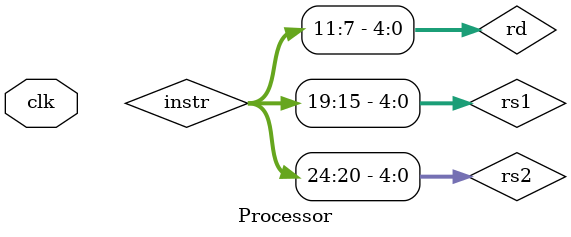
<source format=v>
module Processor(
  input clk
  );
   
  // Program counter
  reg  [31:0] pc_current;
  wire [31:0] pc_next;
     
  initial begin
    pc_current <= 0;
  end
 
  // Update to pc_next on rising clock
  always @(posedge clk)
  begin 
    // last bit set to 0 (for jalr)
    pc_current <= {pc_next[31:1], 1'b0};     
   end


  // Instruction memory
  wire [31:0] instr;
  InstructionMemory im(
    .addr(pc_current),
    .instr(instr)
    ); 
  
  // Control Unit
  wire [3:0] alu_op;
  wire reg_write_en;
  wire alu_b_src;
  wire alu_a_src;
  wire [2:0] branch_cond;
  wire [1:0] rd_src;
  wire data_read_en;
  wire data_write_en;
  wire [2:0] data_size;
     
  ControlUnit cu(
    .instr(instr),
    .alu_op(alu_op),
    .reg_write_en(reg_write_en),
    .alu_b_src(alu_b_src),
    .alu_a_src(alu_a_src),
    .branch_cond(branch_cond),
    .rd_src(rd_src),
    .data_read_en(data_read_en),
    .data_write_en(data_write_en),
    .data_size(data_size)
    );
  
  // Registers
  wire [4:0]  rd;
  wire [31:0] rd_value;
  wire [4:0]  rs1;
  wire [31:0] rs1_value;
  wire [4:0]  rs2;
  wire [31:0] rs2_value;
  
 
  // Map the register numbers to fields in the instruction 
  assign rs1    = instr[19:15];
  assign rs2    = instr[24:20];
  assign rd     = instr[11:7];
  
  Registers regs(
    .clk(clk),
    .reg_write_en(reg_write_en),
    .rd(rd), 
    .rd_value(rd_value),
    .rs1(rs1),
    .rs2(rs2),
    .rs1_value(rs1_value),
    .rs2_value(rs2_value)
    );
  
  // Immediate
  wire [31:0] immediate;
  
  Imm imm(
      .instr(instr),
      .imm(immediate)
      );
  
 
  // ALU
  wire [31:0] alu_out;
  wire [31:0] alu_b_value;
  wire [31:0] alu_a_value;
  
  assign alu_b_value = alu_b_src == 1 ? 
                       rs2_value : immediate;
  assign alu_a_value = alu_a_src == 1 ?
                       rs1_value : pc_current;
  
  ALU alu(
    .a(alu_a_value),
    .b(alu_b_value),
    .alu_op(alu_op),
    .result(alu_out) 
    );


  // Branch
  wire branch;
  
  Branch br(
    .a(rs1_value),
    .b(rs2_value),
    .branch_cond(branch_cond),
    .branch(branch)
  );
  

  // Data memory
  wire [31:0] mem_out;

  DataMemory dm(
    .clk(clk),
    .mem_access_addr(alu_out),
    .mem_wr_val(rs2_value),
    .mem_write_en(data_write_en),
    .mem_read_en(data_read_en),
    .mem_data_size(data_size),  
    .mem_rd_val(mem_out)
   );

  assign rd_value = rd_src == 2'b10 ?
                    pc_current + 4 : 
                      (rd_src == 2'b01 ? 
                       mem_out : alu_out);
                       
  assign pc_next =  branch == 1 ? 
                    alu_out :  pc_current + 4;

endmodule
</source>
